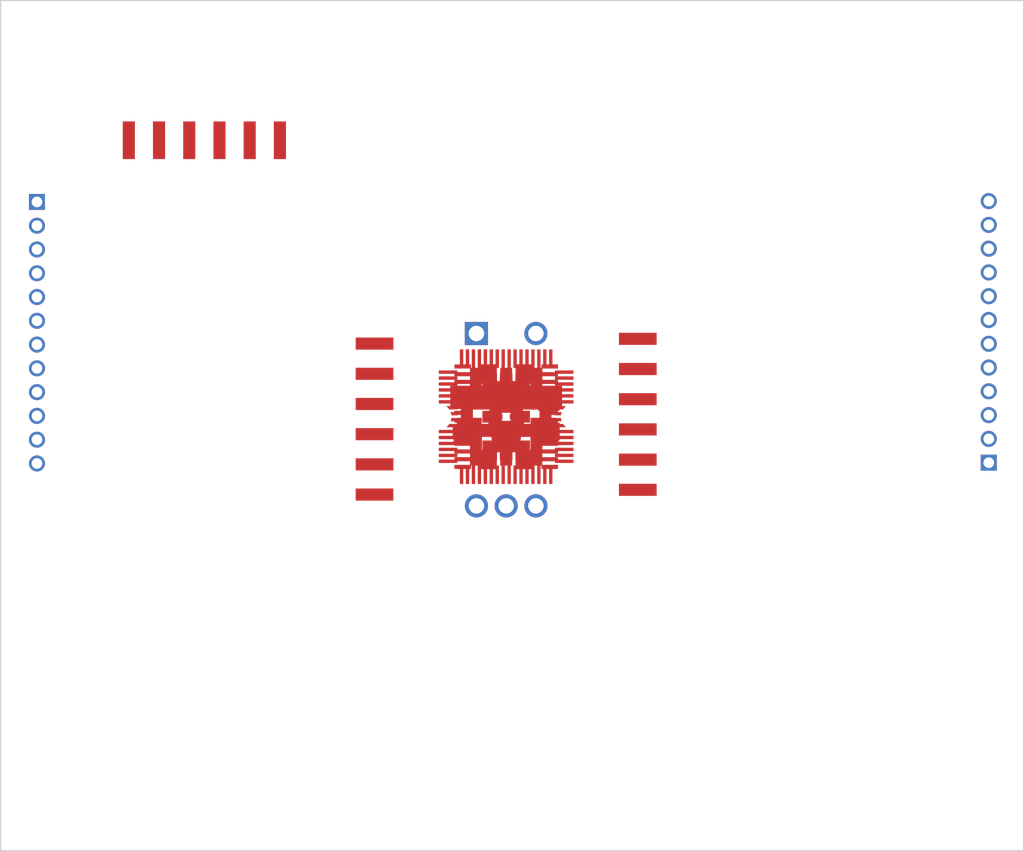
<source format=kicad_pcb>
(kicad_pcb (version 20171130) (host pcbnew "(5.1.4-0-10_14)")
  (layers (0 Top signal) (1 Route2 signal) (2 Route15 signal) (31 Bottom signal) (34 B.Paste user) (35 F.Paste user) (36 B.SilkS user) (37 F.SilkS user) (38 B.Mask user) (39 F.Mask user) (44 Edge.Cuts user))
  (net 0 "")
  (net 1 GND)
  (net 2 3V3)
  (net 3 VBAT)
  (net 4 "Net-(B2-Pad4)")
  (net 5 "Net-(B2-Pad3)")
  (net 6 "Net-(B2-Pad2)")
  (net 7 "Net-(A1-PadFEED)")
  (net 8 "Net-(C14-Pad1)")
  (net 9 "Net-(C15-Pad1)")
  (net 10 "Net-(C11-Pad1)")
  (net 11 "Net-(C13-Pad1)")
  (net 12 "Net-(D6-PadC1)")
  (net 13 /RESET)
  (net 14 /THROTTLE)
  (net 15 /YAW)
  (net 16 /BTN_CENTER)
  (net 17 /BTN_RIGHT)
  (net 18 /BTN_LEFT)
  (net 19 /BTN_UP)
  (net 20 /RXI-0)
  (net 21 /TXO-0)
  (net 22 /E1-B)
  (net 23 /E1-A)
  (net 24 /MISO)
  (net 25 /MOSI)
  (net 26 /SCK)
  (net 27 /BTN_DOWN)
  (net 28 /E1-BUT)
  (net 29 /BTN2/SDA)
  (net 30 /BTN1/SCL)
  (net 31 /PITCH)
  (net 32 /RF)
  (net 33 "Net-(D6-PadA1)")
  (net 34 "Net-(D6-PadA2)")
  (net 35 /ROLL)
  (net 36 /DTR-0)
  (net 37 /VREG_IN)
  (net 38 /RXI)
  (net 39 /FTDI_OUT)
  (net 40 /TXLED)
  (net 41 /RXLED)
  (net 42 /DTR)
  (net 43 /USB_D_N)
  (net 44 /USB_D_P)
  (net 45 /CTS)
  (net 46 /TXO)
  (net 47 "Net-(R7-Pad1)")
  (net 48 /VBUS)
  (net 49 "Net-(B3-Pad1A)")
  (net 50 "Net-(R1-Pad2)")
  (net 51 "Net-(D1-PadC2)")
  (net 52 "Net-(D4-PadC1)")
  (net 53 /RXI-1)
  (net 54 /TXO-1)
  (net 55 "Net-(S2-Pad2)")
  (net 56 /DTR-1)
  (net 57 /CTS-1)
  (net 58 /GREF)
  (net 59 "Net-(D6-PadC2)")
  (net 60 "Net-(D5-PadA2)")
  (net 61 "Net-(D5-PadA1)")
  (net 62 "Net-(D1-PadA1)")
  (net 63 "Net-(D4-PadC2)")
  (module controller_board:2X-SERVO-SMD (layer Top) (at 148.000000 104.000000 90.000000)
    (fp_text reference J7 hide)
    (fp_text value FRSKY-GIMBAL-2X-SERVO-SMD hide)
    (pad 6 smd rect (at 6.55 11.065 180.000000) (size 3.17 1.02) (layers Top F.Mask F.Paste) (net 1 GND))
    (pad V smd rect (at 4.01 11.065 180.000000) (size 3.17 1.02) (layers Top F.Mask F.Paste) (net 14 /THROTTLE))
    (pad 4 smd rect (at 1.47 11.065 180.000000) (size 3.17 1.02) (layers Top F.Mask F.Paste) (net 58 /GREF))
    (pad 3 smd rect (at -1.07 11.065 180.000000) (size 3.17 1.02) (layers Top F.Mask F.Paste) (net 1 GND))
    (pad H smd rect (at -3.61 11.065 180.000000) (size 3.17 1.02) (layers Top F.Mask F.Paste) (net 15 /YAW))
    (pad 1 smd rect (at -6.15 11.065 180.000000) (size 3.17 1.02) (layers Top F.Mask F.Paste) (net 58 /GREF))
  )
  (module controller_board:2X-SERVO-SMD (layer Top) (at 148.000000 104.000000 270.000000)
    (fp_text reference J8 hide)
    (fp_text value FRSKY-GIMBAL-2X-SERVO-SMD hide)
    (pad 6 smd rect (at 6.55 11.065) (size 3.17 1.02) (layers Top F.Mask F.Paste) (net 1 GND))
    (pad V smd rect (at 4.01 11.065) (size 3.17 1.02) (layers Top F.Mask F.Paste) (net 31 /PITCH))
    (pad 4 smd rect (at 1.47 11.065) (size 3.17 1.02) (layers Top F.Mask F.Paste) (net 58 /GREF))
    (pad 3 smd rect (at -1.07 11.065) (size 3.17 1.02) (layers Top F.Mask F.Paste) (net 1 GND))
    (pad H smd rect (at -3.61 11.065) (size 3.17 1.02) (layers Top F.Mask F.Paste) (net 35 /ROLL))
    (pad 1 smd rect (at -6.15 11.065) (size 3.17 1.02) (layers Top F.Mask F.Paste) (net 58 /GREF))
  )
  (module controller_board:USB-MICROA-10118192-0001LF (layer Top) (at 148.000000 104.000000 180.000000)
    (fp_text reference J1 hide)
    (fp_text value USB-MICROA-AMPHENOL-10118192-0001LF hide)
    (pad 9 smd rect (at 1.2 1.659 180.000000) (size 1.9 1.9) (layers Top F.Mask F.Paste) (net 1 GND))
    (pad 8 smd rect (at -3.8 1.659 180.000000) (size 1.8 1.9) (layers Top F.Mask F.Paste) (net 1 GND))
    (pad 7 smd rect (at -3.1 -0.891 180.000000) (size 2.1 1.6) (layers Top F.Mask F.Paste) (net 1 GND))
    (pad 6 smd rect (at 3.1 -0.891 180.000000) (size 2.1 1.6) (layers Top F.Mask F.Paste) (net 1 GND))
    (pad 5 smd rect (at 1.3 -1.016 180.000000) (size 0.4 1.35) (layers Top F.Mask F.Paste) (net 1 GND))
    (pad 4 smd rect (at 0.65 -1.016 180.000000) (size 0.4 1.35) (layers Top F.Mask F.Paste))
    (pad 3 smd rect (at 0 -1.016 180.000000) (size 0.4 1.35) (layers Top F.Mask F.Paste) (net 44 /USB_D_P))
    (pad 2 smd rect (at -0.65 -1.016 180.000000) (size 0.4 1.35) (layers Top F.Mask F.Paste) (net 43 /USB_D_N))
    (pad 11 smd rect (at 3.8 1.659 180.000000) (size 1.8 1.9) (layers Top F.Mask F.Paste) (net 1 GND))
    (pad 10 smd rect (at -1.2 1.659 180.000000) (size 1.9 1.9) (layers Top F.Mask F.Paste) (net 1 GND))
    (pad 1 smd rect (at -1.3 -1.016 180.000000) (size 0.4 1.35) (layers Top F.Mask F.Paste) (net 48 /VBUS))
  )
  (module controller_board:JST-13-PTH (layer Top) (at 188.568000 96.721600 90.000000)
    (fp_text reference J3 hide)
    (fp_text value 2.4K hide)
    (pad V thru_hole circle (at -9.144 0 90.000000) (size 1.35 1.35) (drill 0.9) (layers *.Cu *.Mask) (net 31 /PITCH))
    (pad H thru_hole circle (at -3.144 0 90.000000) (size 1.35 1.35) (drill 0.9) (layers *.Cu *.Mask) (net 35 /ROLL))
    (pad 9 thru_hole circle (at 4.856 0 90.000000) (size 1.35 1.35) (drill 0.9) (layers *.Cu *.Mask))
    (pad 8 thru_hole circle (at 2.856 0 90.000000) (size 1.35 1.35) (drill 0.9) (layers *.Cu *.Mask))
    (pad 7 thru_hole circle (at 0.856 0 90.000000) (size 1.35 1.35) (drill 0.9) (layers *.Cu *.Mask))
    (pad 6 thru_hole circle (at -1.144 0 90.000000) (size 1.35 1.35) (drill 0.9) (layers *.Cu *.Mask) (net 1 GND))
    (pad 4 thru_hole circle (at -5.144 0 90.000000) (size 1.35 1.35) (drill 0.9) (layers *.Cu *.Mask) (net 58 /GREF))
    (pad 3 thru_hole circle (at -7.144 0 90.000000) (size 1.35 1.35) (drill 0.9) (layers *.Cu *.Mask) (net 1 GND))
    (pad 12 thru_hole circle (at 10.856 0 90.000000) (size 1.35 1.35) (drill 0.9) (layers *.Cu *.Mask))
    (pad 11 thru_hole circle (at 8.856 0 90.000000) (size 1.35 1.35) (drill 0.9) (layers *.Cu *.Mask))
    (pad 10 thru_hole circle (at 6.856 0 90.000000) (size 1.35 1.35) (drill 0.9) (layers *.Cu *.Mask))
    (pad 1 thru_hole rect (at -11.144 0 90.000000) (size 1.35 1.35) (drill 0.9) (layers *.Cu *.Mask) (net 58 /GREF))
  )
  (module controller_board:JST-13-PTH (layer Top) (at 108.558000 97.077200 270.000000)
    (fp_text reference J2 hide)
    (fp_text value 2.4K hide)
    (pad V thru_hole circle (at -9.144 0 270.000000) (size 1.35 1.35) (drill 0.9) (layers *.Cu *.Mask) (net 14 /THROTTLE))
    (pad H thru_hole circle (at -3.144 0 270.000000) (size 1.35 1.35) (drill 0.9) (layers *.Cu *.Mask) (net 15 /YAW))
    (pad 9 thru_hole circle (at 4.856 0 270.000000) (size 1.35 1.35) (drill 0.9) (layers *.Cu *.Mask))
    (pad 8 thru_hole circle (at 2.856 0 270.000000) (size 1.35 1.35) (drill 0.9) (layers *.Cu *.Mask))
    (pad 7 thru_hole circle (at 0.856 0 270.000000) (size 1.35 1.35) (drill 0.9) (layers *.Cu *.Mask))
    (pad 6 thru_hole circle (at -1.144 0 270.000000) (size 1.35 1.35) (drill 0.9) (layers *.Cu *.Mask) (net 1 GND))
    (pad 4 thru_hole circle (at -5.144 0 270.000000) (size 1.35 1.35) (drill 0.9) (layers *.Cu *.Mask) (net 58 /GREF))
    (pad 3 thru_hole circle (at -7.144 0 270.000000) (size 1.35 1.35) (drill 0.9) (layers *.Cu *.Mask) (net 1 GND))
    (pad 12 thru_hole circle (at 10.856 0 270.000000) (size 1.35 1.35) (drill 0.9) (layers *.Cu *.Mask))
    (pad 11 thru_hole circle (at 8.856 0 270.000000) (size 1.35 1.35) (drill 0.9) (layers *.Cu *.Mask))
    (pad 10 thru_hole circle (at 6.856 0 270.000000) (size 1.35 1.35) (drill 0.9) (layers *.Cu *.Mask))
    (pad 1 thru_hole rect (at -11.144 0 270.000000) (size 1.35 1.35) (drill 0.9) (layers *.Cu *.Mask) (net 58 /GREF))
  )
  (module controller_board:FTDI-BASIC-SMD (layer Top) (at 122.629600 76.300000)
    (fp_text reference JP1 hide)
    (fp_text value FTDI_BASIC-SMD hide)
    (pad DTR smd rect (at 6.35 4.445 90.000000) (size 3.17 1.02) (layers Top F.Mask F.Paste) (net 56 /DTR-1))
    (pad RXI smd rect (at 3.81 4.445 90.000000) (size 3.17 1.02) (layers Top F.Mask F.Paste) (net 53 /RXI-1))
    (pad TXO smd rect (at 1.27 4.445 90.000000) (size 3.17 1.02) (layers Top F.Mask F.Paste) (net 54 /TXO-1))
    (pad VCC smd rect (at -1.27 4.445 90.000000) (size 3.17 1.02) (layers Top F.Mask F.Paste) (net 2 3V3))
    (pad CTS smd rect (at -3.81 4.445 90.000000) (size 3.17 1.02) (layers Top F.Mask F.Paste) (net 57 /CTS-1))
    (pad GND smd rect (at -6.35 4.445 90.000000) (size 3.17 1.02) (layers Top F.Mask F.Paste) (net 1 GND))
  )
  (module controller_board:WIRE-TERMINAL-1X2-2.5MM-SMD-AVX-009276002021106 (layer Top) (at 148.000000 104.000000)
    (fp_text reference B3 hide)
    (fp_text value BATTERY-SPRING-SMD hide)
    (pad 2A smd rect (at 3.6 -1.25 270.000000) (size 1.5 1.8) (layers Top F.Mask F.Paste) (net 1 GND))
    (pad 1A smd rect (at 3.6 1.25 270.000000) (size 1.5 1.8) (layers Top F.Mask F.Paste) (net 49 "Net-(B3-Pad1A)"))
    (pad 1B smd rect (at -3.6 1.25 270.000000) (size 1.2 1.8) (layers Top F.Mask F.Paste) (net 49 "Net-(B3-Pad1A)"))
    (pad 2B smd rect (at -3.6 -1.25 270.000000) (size 1.2 1.8) (layers Top F.Mask F.Paste) (net 1 GND))
  )
  (module controller_board:ANT-2.4GHZ-6.5X2.2MM (layer Top) (at 148.000000 104.000000 180.000000)
    (fp_text reference A1 hide)
    (fp_text value ANTENNA-CHIP hide)
    (pad NC smd rect (at 3.302 0) (size 1.016 2.54) (layers Top F.Mask F.Paste))
    (pad FEED smd rect (at -3.302 0) (size 1.016 2.54) (layers Top F.Mask F.Paste) (net 7 "Net-(A1-PadFEED)"))
  )
  (module controller_board:SOT23-DBV (layer Top) (at 148.000000 104.000000 180.000000)
    (fp_text reference U1 hide)
    (fp_text value 3.3V hide)
    (pad 5 smd rect (at -0.95 -1.3 180.000000) (size 0.55 1.2) (layers Top F.Mask F.Paste) (net 2 3V3))
    (pad 4 smd rect (at 0.95 -1.3 180.000000) (size 0.55 1.2) (layers Top F.Mask F.Paste))
    (pad 3 smd rect (at 0.95 1.3 180.000000) (size 0.55 1.2) (layers Top F.Mask F.Paste) (net 37 /VREG_IN))
    (pad 2 smd rect (at 0 1.3 180.000000) (size 0.55 1.2) (layers Top F.Mask F.Paste) (net 1 GND))
    (pad 1 smd rect (at -0.95 1.3 180.000000) (size 0.55 1.2) (layers Top F.Mask F.Paste) (net 37 /VREG_IN))
  )
  (module controller_board:CAPC2012X140_HS (layer Top) (at 148.000000 104.000000 90.000000)
    (fp_text reference C17 hide)
    (fp_text value 1uF hide)
    (pad 2 smd roundrect (at 0.895 0 90.000000) (size 1.08 1.42) (layers Top) (roundrect_rratio 0.23) (net 1 GND))
    (pad 1 smd roundrect (at -0.895 0 270.000000) (size 1.08 1.42) (layers Top) (roundrect_rratio 0.23) (net 2 3V3))
  )
  (module controller_board:CAPC2012X140_HS (layer Top) (at 148.000000 104.000000 270.000000)
    (fp_text reference C10 hide)
    (fp_text value 1uF hide)
    (pad 2 smd roundrect (at 0.895 0 270.000000) (size 1.08 1.42) (layers Top) (roundrect_rratio 0.23) (net 1 GND))
    (pad 1 smd roundrect (at -0.895 0 90.000000) (size 1.08 1.42) (layers Top) (roundrect_rratio 0.23) (net 37 /VREG_IN))
  )
  (module controller_board:RESC2012X60_HS (layer Top) (at 148.000000 104.000000 270.000000)
    (fp_text reference R17 hide)
    (fp_text value 510 hide)
    (pad 2 smd roundrect (at 0.955 0 270.000000) (size 0.92 1.38) (layers Top) (net 59 "Net-(D6-PadC2)"))
    (pad 1 smd roundrect (at -0.955 0 90.000000) (size 0.92 1.38) (layers Top) (net 1 GND))
  )
  (module controller_board:RESC2012X60_HS (layer Top) (at 148.000000 104.000000 90.000000)
    (fp_text reference R14 hide)
    (fp_text value 510 hide)
    (pad 2 smd roundrect (at 0.955 0 90.000000) (size 0.92 1.38) (layers Top) (net 2 3V3))
    (pad 1 smd roundrect (at -0.955 0 270.000000) (size 0.92 1.38) (layers Top) (net 61 "Net-(D5-PadA1)"))
  )
  (module controller_board:RESC2012X60_HS (layer Top) (at 148.000000 104.000000 270.000000)
    (fp_text reference R3 hide)
    (fp_text value 510 hide)
    (pad 2 smd roundrect (at 0.955 0 270.000000) (size 0.92 1.38) (layers Top) (net 50 "Net-(R1-Pad2)"))
    (pad 1 smd roundrect (at -0.955 0 90.000000) (size 0.92 1.38) (layers Top) (net 62 "Net-(D1-PadA1)"))
  )
  (module controller_board:RESC2012X60_HS (layer Top) (at 148.000000 104.000000 270.000000)
    (fp_text reference R16 hide)
    (fp_text value 510 hide)
    (pad 2 smd roundrect (at 0.955 0 270.000000) (size 0.92 1.38) (layers Top) (net 63 "Net-(D4-PadC2)"))
    (pad 1 smd roundrect (at -0.955 0 90.000000) (size 0.92 1.38) (layers Top) (net 1 GND))
  )
  (module controller_board:RESC2012X60_HS (layer Top) (at 148.000000 104.000000 90.000000)
    (fp_text reference R13 hide)
    (fp_text value 510 hide)
    (pad 2 smd roundrect (at 0.955 0 90.000000) (size 0.92 1.38) (layers Top) (net 2 3V3))
    (pad 1 smd roundrect (at -0.955 0 270.000000) (size 0.92 1.38) (layers Top) (net 60 "Net-(D5-PadA2)"))
  )
  (module controller_board:LED-2X-LTST-C155 (layer Top) (at 148.000000 104.000000 270.000000)
    (fp_text reference D4 hide)
    (fp_text value LED-2X-GREEN_RED hide)
    (pad C2 smd rect (at 1.75 0.7 270.000000) (size 1.5 1) (layers Top F.Mask F.Paste) (net 63 "Net-(D4-PadC2)"))
    (pad C1 smd rect (at 1.75 -0.7 270.000000) (size 1.5 1) (layers Top F.Mask F.Paste) (net 52 "Net-(D4-PadC1)"))
    (pad A2 smd rect (at -1.75 0.7 270.000000) (size 1.5 1) (layers Top F.Mask F.Paste) (net 2 3V3))
    (pad A1 smd rect (at -1.75 -0.7 270.000000) (size 1.5 1) (layers Top F.Mask F.Paste) (net 32 /RF))
  )
  (module controller_board:LED-2X-LTST-C155 (layer Top) (at 148.000000 104.000000 270.000000)
    (fp_text reference D1 hide)
    (fp_text value LED-2X-GREEN_RED hide)
    (pad C2 smd rect (at 1.75 0.7 270.000000) (size 1.5 1) (layers Top F.Mask F.Paste) (net 51 "Net-(D1-PadC2)"))
    (pad C1 smd rect (at 1.75 -0.7 270.000000) (size 1.5 1) (layers Top F.Mask F.Paste) (net 1 GND))
    (pad A2 smd rect (at -1.75 0.7 270.000000) (size 1.5 1) (layers Top F.Mask F.Paste) (net 48 /VBUS))
    (pad A1 smd rect (at -1.75 -0.7 270.000000) (size 1.5 1) (layers Top F.Mask F.Paste) (net 62 "Net-(D1-PadA1)"))
  )
  (module controller_board:LED-2X-LTST-C155 (layer Top) (at 148.000000 104.000000 270.000000)
    (fp_text reference D5 hide)
    (fp_text value LED-2X-GREEN_RED hide)
    (pad C2 smd rect (at 1.75 0.7 270.000000) (size 1.5 1) (layers Top F.Mask F.Paste) (net 41 /RXLED))
    (pad C1 smd rect (at 1.75 -0.7 270.000000) (size 1.5 1) (layers Top F.Mask F.Paste) (net 40 /TXLED))
    (pad A2 smd rect (at -1.75 0.7 270.000000) (size 1.5 1) (layers Top F.Mask F.Paste) (net 60 "Net-(D5-PadA2)"))
    (pad A1 smd rect (at -1.75 -0.7 270.000000) (size 1.5 1) (layers Top F.Mask F.Paste) (net 61 "Net-(D5-PadA1)"))
  )
  (module controller_board:LED-2X-LTST-C155 (layer Top) (at 148.000000 104.000000 270.000000)
    (fp_text reference D6 hide)
    (fp_text value LED-2X-GREEN_RED hide)
    (pad C2 smd rect (at 1.75 0.7 270.000000) (size 1.5 1) (layers Top F.Mask F.Paste) (net 59 "Net-(D6-PadC2)"))
    (pad C1 smd rect (at 1.75 -0.7 270.000000) (size 1.5 1) (layers Top F.Mask F.Paste) (net 12 "Net-(D6-PadC1)"))
    (pad A2 smd rect (at -1.75 0.7 270.000000) (size 1.5 1) (layers Top F.Mask F.Paste) (net 34 "Net-(D6-PadA2)"))
    (pad A1 smd rect (at -1.75 -0.7 270.000000) (size 1.5 1) (layers Top F.Mask F.Paste) (net 33 "Net-(D6-PadA1)"))
  )
  (module controller_board:RESC2012X60_HS (layer Top) (at 148.000000 104.000000 90.000000)
    (fp_text reference R8 hide)
    (fp_text value 1.2K hide)
    (pad 2 smd roundrect (at 0.955 0 90.000000) (size 0.92 1.38) (layers Top) (net 2 3V3))
    (pad 1 smd roundrect (at -0.955 0 270.000000) (size 0.92 1.38) (layers Top) (net 58 /GREF))
  )
  (module controller_board:BOURNS-PEC12R (layer Top) (at 148.000000 104.000000)
    (fp_text reference E1 hide)
    (fp_text value ROTARY-ENCODER-W_BUTTON-BOURNS-PEC12R-4217F hide)
    (pad C thru_hole circle (at 0 7.5) (size 1.95 1.95) (drill 1.3) (layers *.Cu *.Mask) (net 1 GND))
    (pad BUTB thru_hole circle (at 2.5 -7) (size 1.95 1.95) (drill 1.3) (layers *.Cu *.Mask) (net 1 GND))
    (pad BUTA thru_hole rect (at -2.5 -7) (size 1.95 1.95) (drill 1.3) (layers *.Cu *.Mask) (net 28 /E1-BUT))
    (pad B thru_hole circle (at 2.5 7.5) (size 1.95 1.95) (drill 1.3) (layers *.Cu *.Mask) (net 22 /E1-B))
    (pad A thru_hole circle (at -2.5 7.5) (size 1.95 1.95) (drill 1.3) (layers *.Cu *.Mask) (net 23 /E1-A))
    (pad "" np_thru_hole circle (at 5.7 0) (size 2.2 2.2) (drill 2.2) (layers *.Cu *.Mask))
    (pad "" np_thru_hole circle (at -5.7 0) (size 2.2 2.2) (drill 2.2) (layers *.Cu *.Mask))
  )
  (module controller_board:4.5MM_TACTILE_SWITCH_TL3305AF160QG (layer Top) (at 148.000000 104.000000 180.000000)
    (fp_text reference B6 hide)
    (fp_text value PUSHBUTTON_-4.5X4.5 hide)
    (pad 4 smd rect (at 3.6 -1.5 270.000000) (size 1.4 1.6) (layers Top F.Mask F.Paste) (net 1 GND))
    (pad 3 smd rect (at -3.6 -1.5 270.000000) (size 1.4 1.6) (layers Top F.Mask F.Paste) (net 1 GND))
    (pad 2 smd rect (at 3.6 1.5 270.000000) (size 1.4 1.6) (layers Top F.Mask F.Paste) (net 19 /BTN_UP))
    (pad 1 smd rect (at -3.6 1.5 270.000000) (size 1.4 1.6) (layers Top F.Mask F.Paste) (net 19 /BTN_UP))
  )
  (module controller_board:4.5MM_TACTILE_SWITCH_TL3305AF160QG (layer Top) (at 148.000000 104.000000 180.000000)
    (fp_text reference B10 hide)
    (fp_text value PUSHBUTTON_-4.5X4.5 hide)
    (pad 4 smd rect (at 3.6 -1.5 270.000000) (size 1.4 1.6) (layers Top F.Mask F.Paste) (net 1 GND))
    (pad 3 smd rect (at -3.6 -1.5 270.000000) (size 1.4 1.6) (layers Top F.Mask F.Paste) (net 1 GND))
    (pad 2 smd rect (at 3.6 1.5 270.000000) (size 1.4 1.6) (layers Top F.Mask F.Paste) (net 27 /BTN_DOWN))
    (pad 1 smd rect (at -3.6 1.5 270.000000) (size 1.4 1.6) (layers Top F.Mask F.Paste) (net 27 /BTN_DOWN))
  )
  (module controller_board:4.5MM_TACTILE_SWITCH_TL3305AF160QG (layer Top) (at 148.000000 104.000000 90.000000)
    (fp_text reference B7 hide)
    (fp_text value PUSHBUTTON_-4.5X4.5 hide)
    (pad 4 smd rect (at 3.6 -1.5 180.000000) (size 1.4 1.6) (layers Top F.Mask F.Paste) (net 1 GND))
    (pad 3 smd rect (at -3.6 -1.5 180.000000) (size 1.4 1.6) (layers Top F.Mask F.Paste) (net 1 GND))
    (pad 2 smd rect (at 3.6 1.5 180.000000) (size 1.4 1.6) (layers Top F.Mask F.Paste) (net 18 /BTN_LEFT))
    (pad 1 smd rect (at -3.6 1.5 180.000000) (size 1.4 1.6) (layers Top F.Mask F.Paste) (net 18 /BTN_LEFT))
  )
  (module controller_board:4.5MM_TACTILE_SWITCH_TL3305AF160QG (layer Top) (at 148.000000 104.000000 270.000000)
    (fp_text reference B9 hide)
    (fp_text value PUSHBUTTON_-4.5X4.5 hide)
    (pad 4 smd rect (at 3.6 -1.5) (size 1.4 1.6) (layers Top F.Mask F.Paste) (net 1 GND))
    (pad 3 smd rect (at -3.6 -1.5) (size 1.4 1.6) (layers Top F.Mask F.Paste) (net 1 GND))
    (pad 2 smd rect (at 3.6 1.5) (size 1.4 1.6) (layers Top F.Mask F.Paste) (net 16 /BTN_CENTER))
    (pad 1 smd rect (at -3.6 1.5) (size 1.4 1.6) (layers Top F.Mask F.Paste) (net 16 /BTN_CENTER))
  )
  (module controller_board:4.5MM_TACTILE_SWITCH_TL3305AF160QG (layer Top) (at 148.000000 104.000000 180.000000)
    (fp_text reference B8 hide)
    (fp_text value PUSHBUTTON_-4.5X4.5 hide)
    (pad 4 smd rect (at 3.6 -1.5 270.000000) (size 1.4 1.6) (layers Top F.Mask F.Paste) (net 1 GND))
    (pad 3 smd rect (at -3.6 -1.5 270.000000) (size 1.4 1.6) (layers Top F.Mask F.Paste) (net 1 GND))
    (pad 2 smd rect (at 3.6 1.5 270.000000) (size 1.4 1.6) (layers Top F.Mask F.Paste) (net 17 /BTN_RIGHT))
    (pad 1 smd rect (at -3.6 1.5 270.000000) (size 1.4 1.6) (layers Top F.Mask F.Paste) (net 17 /BTN_RIGHT))
  )
  (module controller_board:CAPC2012X140_HS (layer Top) (at 148.000000 104.000000 270.000000)
    (fp_text reference C4 hide)
    (fp_text value 1uF hide)
    (pad 2 smd roundrect (at 0.895 0 270.000000) (size 1.08 1.42) (layers Top) (roundrect_rratio 0.23) (net 39 /FTDI_OUT))
    (pad 1 smd roundrect (at -0.895 0 90.000000) (size 1.08 1.42) (layers Top) (roundrect_rratio 0.23) (net 1 GND))
  )
  (module controller_board:SOD3716X135_HS (layer Top) (at 148.000000 104.000000 90.000000)
    (fp_text reference D2 hide)
    (fp_text value 360mV hide)
    (pad C smd roundrect (at -1.665 0 270.000000) (size 1.25 0.8) (layers Top) (net 3 VBAT))
    (pad A smd roundrect (at 1.665 0 90.000000) (size 1.25 0.8) (layers Top) (net 48 /VBUS))
  )
  (module controller_board:SOD3716X135_HS (layer Top) (at 148.000000 104.000000 270.000000)
    (fp_text reference D3 hide)
    (fp_text value 360mV hide)
    (pad C smd roundrect (at -1.665 0 90.000000) (size 1.25 0.8) (layers Top) (net 3 VBAT))
    (pad A smd roundrect (at 1.665 0 270.000000) (size 1.25 0.8) (layers Top) (net 49 "Net-(B3-Pad1A)"))
  )
  (module controller_board:JS102011JCQN (layer Top) (at 148.000000 104.000000 270.000000)
    (fp_text reference S2 hide)
    (fp_text value POWER-SWITCH-MFS201N-9-Z-SMD-VERTICAL hide)
    (pad 3 smd rect (at 2.5 1.2 270.000000) (size 1 1.6) (layers Top F.Mask F.Paste) (net 1 GND))
    (pad 2 smd rect (at 0 -1.2 270.000000) (size 1 1.6) (layers Top F.Mask F.Paste) (net 55 "Net-(S2-Pad2)"))
    (pad 1 smd rect (at -2.5 1.2 270.000000) (size 1 1.6) (layers Top F.Mask F.Paste) (net 2 3V3))
  )
  (module controller_board:SOP65P640X110-16 (layer Top) (at 148.000000 104.000000 270.000000)
    (fp_text reference U5 hide)
    (fp_text value DPDT-X2 hide)
    (pad 9 smd rect (at 2.8717 2.275 270.000000) (size 1.5719 0.4068) (layers Top F.Mask F.Paste) (net 53 /RXI-1))
    (pad 8 smd rect (at -2.8717 2.275 270.000000) (size 1.5719 0.4068) (layers Top F.Mask F.Paste) (net 1 GND))
    (pad 7 smd rect (at -2.8717 1.625 270.000000) (size 1.5719 0.4068) (layers Top F.Mask F.Paste) (net 21 /TXO-0))
    (pad 6 smd rect (at -2.8717 0.975 270.000000) (size 1.5719 0.4068) (layers Top F.Mask F.Paste) (net 46 /TXO))
    (pad 5 smd rect (at -2.8717 0.325 270.000000) (size 1.5719 0.4068) (layers Top F.Mask F.Paste) (net 54 /TXO-1))
    (pad 4 smd rect (at -2.8717 -0.325 270.000000) (size 1.5719 0.4068) (layers Top F.Mask F.Paste) (net 55 "Net-(S2-Pad2)"))
    (pad 3 smd rect (at -2.8717 -0.975 270.000000) (size 1.5719 0.4068) (layers Top F.Mask F.Paste))
    (pad 2 smd rect (at -2.8717 -1.625 270.000000) (size 1.5719 0.4068) (layers Top F.Mask F.Paste) (net 45 /CTS))
    (pad 16 smd rect (at 2.8717 -2.275 270.000000) (size 1.5719 0.4068) (layers Top F.Mask F.Paste) (net 2 3V3))
    (pad 15 smd rect (at 2.8717 -1.625 270.000000) (size 1.5719 0.4068) (layers Top F.Mask F.Paste) (net 36 /DTR-0))
    (pad 14 smd rect (at 2.8717 -0.975 270.000000) (size 1.5719 0.4068) (layers Top F.Mask F.Paste) (net 42 /DTR))
    (pad 13 smd rect (at 2.8717 -0.325 270.000000) (size 1.5719 0.4068) (layers Top F.Mask F.Paste) (net 56 /DTR-1))
    (pad 12 smd rect (at 2.8717 0.325 270.000000) (size 1.5719 0.4068) (layers Top F.Mask F.Paste) (net 55 "Net-(S2-Pad2)"))
    (pad 11 smd rect (at 2.8717 0.975 270.000000) (size 1.5719 0.4068) (layers Top F.Mask F.Paste) (net 20 /RXI-0))
    (pad 10 smd rect (at 2.8717 1.625 270.000000) (size 1.5719 0.4068) (layers Top F.Mask F.Paste) (net 38 /RXI))
    (pad 1 smd rect (at -2.8717 -2.275 270.000000) (size 1.5719 0.4068) (layers Top F.Mask F.Paste) (net 57 /CTS-1))
  )
  (module controller_board:RESC2012X60_HS (layer Top) (at 148.000000 104.000000 270.000000)
    (fp_text reference R15 hide)
    (fp_text value 510 hide)
    (pad 2 smd roundrect (at 0.955 0 270.000000) (size 0.92 1.38) (layers Top) (net 52 "Net-(D4-PadC1)"))
    (pad 1 smd roundrect (at -0.955 0 90.000000) (size 0.92 1.38) (layers Top) (net 1 GND))
  )
  (module controller_board:RESC2012X60_HS (layer Top) (at 148.000000 104.000000 90.000000)
    (fp_text reference R7 hide)
    (fp_text value 2.2K hide)
    (pad 2 smd roundrect (at 0.955 0 90.000000) (size 0.92 1.38) (layers Top) (net 1 GND))
    (pad 1 smd roundrect (at -0.955 0 270.000000) (size 0.92 1.38) (layers Top) (net 47 "Net-(R7-Pad1)"))
  )
  (module controller_board:CAPC2012X140_HS (layer Top) (at 148.000000 104.000000 90.000000)
    (fp_text reference C6 hide)
    (fp_text value 10uF hide)
    (pad 2 smd roundrect (at 0.895 0 90.000000) (size 1.08 1.42) (layers Top) (roundrect_rratio 0.23) (net 1 GND))
    (pad 1 smd roundrect (at -0.895 0 270.000000) (size 1.08 1.42) (layers Top) (roundrect_rratio 0.23) (net 49 "Net-(B3-Pad1A)"))
  )
  (module controller_board:CAPC2012X140_HS (layer Top) (at 148.000000 104.000000 270.000000)
    (fp_text reference C5 hide)
    (fp_text value 10uF hide)
    (pad 2 smd roundrect (at 0.895 0 270.000000) (size 1.08 1.42) (layers Top) (roundrect_rratio 0.23) (net 1 GND))
    (pad 1 smd roundrect (at -0.895 0 90.000000) (size 1.08 1.42) (layers Top) (roundrect_rratio 0.23) (net 48 /VBUS))
  )
  (module controller_board:RESC2012X60_HS (layer Top) (at 148.000000 104.000000 90.000000)
    (fp_text reference R1 hide)
    (fp_text value 510 hide)
    (pad 2 smd roundrect (at 0.955 0 90.000000) (size 0.92 1.38) (layers Top) (net 50 "Net-(R1-Pad2)"))
    (pad 1 smd roundrect (at -0.955 0 270.000000) (size 0.92 1.38) (layers Top) (net 51 "Net-(D1-PadC2)"))
  )
  (module controller_board:SOT23-5 (layer Top) (at 148.000000 104.000000)
    (fp_text reference U2 hide)
    (fp_text value MCP73831T-2ACI/OT hide)
    (pad 5 smd rect (at -0.95 -1.3001) (size 0.55 1.2) (layers Top F.Mask F.Paste) (net 47 "Net-(R7-Pad1)"))
    (pad 4 smd rect (at 0.95 -1.3001) (size 0.55 1.2) (layers Top F.Mask F.Paste) (net 48 /VBUS))
    (pad 3 smd rect (at 0.95 1.3001) (size 0.55 1.2) (layers Top F.Mask F.Paste) (net 49 "Net-(B3-Pad1A)"))
    (pad 2 smd rect (at 0 1.3001) (size 0.55 1.2) (layers Top F.Mask F.Paste) (net 1 GND))
    (pad 1 smd rect (at -0.95 1.3001) (size 0.55 1.2) (layers Top F.Mask F.Paste) (net 50 "Net-(R1-Pad2)"))
  )
  (module controller_board:CAPC2012X140_HS (layer Top) (at 148.000000 104.000000 90.000000)
    (fp_text reference C9 hide)
    (fp_text value 0.1uF hide)
    (pad 2 smd roundrect (at 0.895 0 90.000000) (size 1.08 1.42) (layers Top) (roundrect_rratio 0.23) (net 1 GND))
    (pad 1 smd roundrect (at -0.895 0 270.000000) (size 1.08 1.42) (layers Top) (roundrect_rratio 0.23) (net 39 /FTDI_OUT))
  )
  (module controller_board:CAPC2012X140_HS (layer Top) (at 148.000000 104.000000 90.000000)
    (fp_text reference C7 hide)
    (fp_text value 10uF hide)
    (pad 2 smd roundrect (at 0.895 0 90.000000) (size 1.08 1.42) (layers Top) (roundrect_rratio 0.23) (net 1 GND))
    (pad 1 smd roundrect (at -0.895 0 270.000000) (size 1.08 1.42) (layers Top) (roundrect_rratio 0.23) (net 37 /VREG_IN))
  )
  (module controller_board:CAPC2012X140_HS (layer Top) (at 148.000000 104.000000 270.000000)
    (fp_text reference C8 hide)
    (fp_text value 0.1uF hide)
    (pad 2 smd roundrect (at 0.895 0 270.000000) (size 1.08 1.42) (layers Top) (roundrect_rratio 0.23) (net 1 GND))
    (pad 1 smd roundrect (at -0.895 0 90.000000) (size 1.08 1.42) (layers Top) (roundrect_rratio 0.23) (net 37 /VREG_IN))
  )
  (module controller_board:SSOP28DB (layer Top) (at 148.000000 104.000000 90.000000)
    (fp_text reference U3 hide)
    (fp_text value FT232RLSSOP hide)
    (pad 9 smd rect (at 0.975 3.656 90.000000) (size 0.348 1.397) (layers Top F.Mask F.Paste))
    (pad 8 smd rect (at 0.325 3.656 90.000000) (size 0.348 1.397) (layers Top F.Mask F.Paste))
    (pad 7 smd rect (at -0.325 3.656 90.000000) (size 0.348 1.397) (layers Top F.Mask F.Paste) (net 1 GND))
    (pad 6 smd rect (at -0.975 3.656 90.000000) (size 0.348 1.397) (layers Top F.Mask F.Paste))
    (pad 5 smd rect (at -1.625 3.656 90.000000) (size 0.348 1.397) (layers Top F.Mask F.Paste) (net 38 /RXI))
    (pad 4 smd rect (at -2.275 3.656 90.000000) (size 0.348 1.397) (layers Top F.Mask F.Paste) (net 39 /FTDI_OUT))
    (pad 3 smd rect (at -2.925 3.656 90.000000) (size 0.348 1.397) (layers Top F.Mask F.Paste))
    (pad 28 smd rect (at -4.225 -3.656 90.000000) (size 0.348 1.397) (layers Top F.Mask F.Paste))
    (pad 27 smd rect (at -3.575 -3.656 90.000000) (size 0.348 1.397) (layers Top F.Mask F.Paste))
    (pad 26 smd rect (at -2.925 -3.656 90.000000) (size 0.348 1.397) (layers Top F.Mask F.Paste) (net 1 GND))
    (pad 25 smd rect (at -2.275 -3.656 90.000000) (size 0.348 1.397) (layers Top F.Mask F.Paste) (net 1 GND))
    (pad 24 smd rect (at -1.625 -3.656 90.000000) (size 0.348 1.397) (layers Top F.Mask F.Paste))
    (pad 23 smd rect (at -0.975 -3.656 90.000000) (size 0.348 1.397) (layers Top F.Mask F.Paste) (net 40 /TXLED))
    (pad 22 smd rect (at -0.325 -3.656 90.000000) (size 0.348 1.397) (layers Top F.Mask F.Paste) (net 41 /RXLED))
    (pad 21 smd rect (at 0.325 -3.656 90.000000) (size 0.348 1.397) (layers Top F.Mask F.Paste) (net 1 GND))
    (pad 20 smd rect (at 0.975 -3.656 90.000000) (size 0.348 1.397) (layers Top F.Mask F.Paste) (net 37 /VREG_IN))
    (pad 2 smd rect (at -3.575 3.656 90.000000) (size 0.348 1.397) (layers Top F.Mask F.Paste) (net 42 /DTR))
    (pad 19 smd rect (at 1.625 -3.656 90.000000) (size 0.348 1.397) (layers Top F.Mask F.Paste))
    (pad 18 smd rect (at 2.275 -3.656 90.000000) (size 0.348 1.397) (layers Top F.Mask F.Paste) (net 1 GND))
    (pad 17 smd rect (at 2.925 -3.656 90.000000) (size 0.348 1.397) (layers Top F.Mask F.Paste) (net 39 /FTDI_OUT))
    (pad 16 smd rect (at 3.575 -3.656 90.000000) (size 0.348 1.397) (layers Top F.Mask F.Paste) (net 43 /USB_D_N))
    (pad 15 smd rect (at 4.225 -3.656 90.000000) (size 0.348 1.397) (layers Top F.Mask F.Paste) (net 44 /USB_D_P))
    (pad 14 smd rect (at 4.225 3.656 90.000000) (size 0.348 1.397) (layers Top F.Mask F.Paste))
    (pad 13 smd rect (at 3.575 3.656 90.000000) (size 0.348 1.397) (layers Top F.Mask F.Paste))
    (pad 12 smd rect (at 2.925 3.656 90.000000) (size 0.348 1.397) (layers Top F.Mask F.Paste))
    (pad 11 smd rect (at 2.275 3.656 90.000000) (size 0.348 1.397) (layers Top F.Mask F.Paste) (net 45 /CTS))
    (pad 10 smd rect (at 1.625 3.656 90.000000) (size 0.348 1.397) (layers Top F.Mask F.Paste))
    (pad 1 smd rect (at -4.225 3.656 90.000000) (size 0.348 1.397) (layers Top F.Mask F.Paste) (net 46 /TXO))
  )
  (module controller_board:JS102011JCQN (layer Top) (at 148.000000 104.000000 90.000000)
    (fp_text reference S1 hide)
    (fp_text value POWER-SWITCH-MFS201N-9-Z-SMD-VERTICAL hide)
    (pad 3 smd rect (at 2.5 1.2 90.000000) (size 1 1.6) (layers Top F.Mask F.Paste))
    (pad 2 smd rect (at 0 -1.2 90.000000) (size 1 1.6) (layers Top F.Mask F.Paste) (net 3 VBAT))
    (pad 1 smd rect (at -2.5 1.2 90.000000) (size 1 1.6) (layers Top F.Mask F.Paste) (net 37 /VREG_IN))
  )
  (module controller_board:CRYSTAL-SMD-5X3 (layer Top) (at 148.000000 104.000000 180.000000)
    (fp_text reference Y1 hide)
    (fp_text value CRYSTAL5X3 hide)
    (pad 4 smd rect (at -1.85 -1.15 180.000000) (size 1.9 1.1) (layers Top F.Mask F.Paste))
    (pad 3 smd rect (at 1.85 -1.15 180.000000) (size 1.9 1.1) (layers Top F.Mask F.Paste) (net 8 "Net-(C14-Pad1)"))
    (pad 2 smd rect (at 1.85 1.15 180.000000) (size 1.9 1.1) (layers Top F.Mask F.Paste))
    (pad 1 smd rect (at -1.85 1.15 180.000000) (size 1.9 1.1) (layers Top F.Mask F.Paste) (net 9 "Net-(C15-Pad1)"))
  )
  (module controller_board:QFN-64 (layer Top) (at 148.000000 104.000000)
    (fp_text reference U4 hide)
    (fp_text value ATMEGA128RFA1 hide)
    (pad 9 smd rect (at -4.881 0.25 270.000000) (size 0.28 1.562) (layers Top F.Mask F.Paste) (net 5 "Net-(B2-Pad3)"))
    (pad 8 smd rect (at -4.881 -0.25 270.000000) (size 0.28 1.562) (layers Top F.Mask F.Paste) (net 4 "Net-(B2-Pad4)"))
    (pad 7 smd rect (at -4.881 -0.75 270.000000) (size 0.28 1.562) (layers Top F.Mask F.Paste) (net 1 GND))
    (pad 64 smd rect (at -3.75 -4.881) (size 0.28 1.562) (layers Top F.Mask F.Paste) (net 14 /THROTTLE))
    (pad 63 smd rect (at -3.25 -4.881) (size 0.28 1.562) (layers Top F.Mask F.Paste) (net 15 /YAW))
    (pad 62 smd rect (at -2.75 -4.881) (size 0.28 1.562) (layers Top F.Mask F.Paste))
    (pad 61 smd rect (at -2.25 -4.881) (size 0.28 1.562) (layers Top F.Mask F.Paste) (net 1 GND))
    (pad 60 smd rect (at -1.75 -4.881) (size 0.28 1.562) (layers Top F.Mask F.Paste) (net 11 "Net-(C13-Pad1)"))
    (pad 6 smd rect (at -4.881 -1.25 270.000000) (size 0.28 1.562) (layers Top F.Mask F.Paste))
    (pad 59 smd rect (at -1.25 -4.881) (size 0.28 1.562) (layers Top F.Mask F.Paste) (net 2 3V3))
    (pad 58 smd rect (at -0.75 -4.881) (size 0.28 1.562) (layers Top F.Mask F.Paste) (net 1 GND))
    (pad 57 smd rect (at -0.25 -4.881) (size 0.28 1.562) (layers Top F.Mask F.Paste) (net 8 "Net-(C14-Pad1)"))
    (pad 56 smd rect (at 0.25 -4.881) (size 0.28 1.562) (layers Top F.Mask F.Paste) (net 9 "Net-(C15-Pad1)"))
    (pad 55 smd rect (at 0.75 -4.881) (size 0.28 1.562) (layers Top F.Mask F.Paste) (net 1 GND))
    (pad 54 smd rect (at 1.25 -4.881) (size 0.28 1.562) (layers Top F.Mask F.Paste) (net 2 3V3))
    (pad 53 smd rect (at 1.75 -4.881) (size 0.28 1.562) (layers Top F.Mask F.Paste) (net 16 /BTN_CENTER))
    (pad 52 smd rect (at 2.25 -4.881) (size 0.28 1.562) (layers Top F.Mask F.Paste) (net 17 /BTN_RIGHT))
    (pad 51 smd rect (at 2.75 -4.881) (size 0.28 1.562) (layers Top F.Mask F.Paste) (net 18 /BTN_LEFT))
    (pad 50 smd rect (at 3.25 -4.881) (size 0.28 1.562) (layers Top F.Mask F.Paste) (net 19 /BTN_UP))
    (pad 5 smd rect (at -4.881 -1.75 270.000000) (size 0.28 1.562) (layers Top F.Mask F.Paste))
    (pad 49 smd rect (at 3.75 -4.881) (size 0.28 1.562) (layers Top F.Mask F.Paste))
    (pad 48 smd rect (at 4.881 -3.75 90.000000) (size 0.28 1.562) (layers Top F.Mask F.Paste))
    (pad 47 smd rect (at 4.881 -3.25 90.000000) (size 0.28 1.562) (layers Top F.Mask F.Paste) (net 20 /RXI-0))
    (pad 46 smd rect (at 4.881 -2.75 90.000000) (size 0.28 1.562) (layers Top F.Mask F.Paste) (net 21 /TXO-0))
    (pad 45 smd rect (at 4.881 -2.25 90.000000) (size 0.28 1.562) (layers Top F.Mask F.Paste) (net 1 GND))
    (pad 44 smd rect (at 4.881 -1.75 90.000000) (size 0.28 1.562) (layers Top F.Mask F.Paste) (net 2 3V3))
    (pad 43 smd rect (at 4.881 -1.25 90.000000) (size 0.28 1.562) (layers Top F.Mask F.Paste))
    (pad 42 smd rect (at 4.881 -0.75 90.000000) (size 0.28 1.562) (layers Top F.Mask F.Paste))
    (pad 41 smd rect (at 4.881 -0.25 90.000000) (size 0.28 1.562) (layers Top F.Mask F.Paste) (net 22 /E1-B))
    (pad 40 smd rect (at 4.881 0.25 90.000000) (size 0.28 1.562) (layers Top F.Mask F.Paste) (net 23 /E1-A))
    (pad 4 smd rect (at -4.881 -2.25 270.000000) (size 0.28 1.562) (layers Top F.Mask F.Paste))
    (pad 39 smd rect (at 4.881 0.75 90.000000) (size 0.28 1.562) (layers Top F.Mask F.Paste) (net 24 /MISO))
    (pad 38 smd rect (at 4.881 1.25 90.000000) (size 0.28 1.562) (layers Top F.Mask F.Paste) (net 25 /MOSI))
    (pad 37 smd rect (at 4.881 1.75 90.000000) (size 0.28 1.562) (layers Top F.Mask F.Paste) (net 26 /SCK))
    (pad 36 smd rect (at 4.881 2.25 90.000000) (size 0.28 1.562) (layers Top F.Mask F.Paste))
    (pad 35 smd rect (at 4.881 2.75 90.000000) (size 0.28 1.562) (layers Top F.Mask F.Paste) (net 1 GND))
    (pad 34 smd rect (at 4.881 3.25 90.000000) (size 0.28 1.562) (layers Top F.Mask F.Paste) (net 2 3V3))
    (pad 33 smd rect (at 4.881 3.75 90.000000) (size 0.28 1.562) (layers Top F.Mask F.Paste) (net 1 GND))
    (pad 32 smd rect (at 3.75 4.881) (size 0.28 1.562) (layers Top F.Mask F.Paste))
    (pad 31 smd rect (at 3.25 4.881) (size 0.28 1.562) (layers Top F.Mask F.Paste))
    (pad 30 smd rect (at 2.75 4.881) (size 0.28 1.562) (layers Top F.Mask F.Paste))
    (pad 3 smd rect (at -4.881 -2.75 270.000000) (size 0.28 1.562) (layers Top F.Mask F.Paste))
    (pad 29 smd rect (at 2.25 4.881) (size 0.28 1.562) (layers Top F.Mask F.Paste))
    (pad 28 smd rect (at 1.75 4.881 180.000000) (size 0.28 1.562) (layers Top F.Mask F.Paste) (net 27 /BTN_DOWN))
    (pad 27 smd rect (at 1.25 4.881 180.000000) (size 0.28 1.562) (layers Top F.Mask F.Paste) (net 28 /E1-BUT))
    (pad 26 smd rect (at 0.75 4.881 180.000000) (size 0.28 1.562) (layers Top F.Mask F.Paste) (net 29 /BTN2/SDA))
    (pad 25 smd rect (at 0.25 4.881 180.000000) (size 0.28 1.562) (layers Top F.Mask F.Paste) (net 30 /BTN1/SCL))
    (pad 24 smd rect (at -0.25 4.881 180.000000) (size 0.28 1.562) (layers Top F.Mask F.Paste) (net 1 GND))
    (pad 23 smd rect (at -0.75 4.881 180.000000) (size 0.28 1.562) (layers Top F.Mask F.Paste) (net 2 3V3))
    (pad 22 smd rect (at -1.25 4.881 180.000000) (size 0.28 1.562) (layers Top F.Mask F.Paste) (net 10 "Net-(C11-Pad1)"))
    (pad 21 smd rect (at -1.75 4.881 180.000000) (size 0.28 1.562) (layers Top F.Mask F.Paste) (net 10 "Net-(C11-Pad1)"))
    (pad 20 smd rect (at -2.25 4.881 180.000000) (size 0.28 1.562) (layers Top F.Mask F.Paste) (net 1 GND))
    (pad 2 smd rect (at -4.881 -3.25 270.000000) (size 0.28 1.562) (layers Top F.Mask F.Paste) (net 31 /PITCH))
    (pad 19 smd rect (at -2.75 4.881 180.000000) (size 0.28 1.562) (layers Top F.Mask F.Paste))
    (pad 18 smd rect (at -3.25 4.881 180.000000) (size 0.28 1.562) (layers Top F.Mask F.Paste))
    (pad 17 smd rect (at -3.75 4.881 180.000000) (size 0.28 1.562) (layers Top F.Mask F.Paste))
    (pad 16 smd rect (at -4.881 3.75 90.000000) (size 0.28 1.562) (layers Top F.Mask F.Paste) (net 32 /RF))
    (pad 15 smd rect (at -4.881 3.25 90.000000) (size 0.28 1.562) (layers Top F.Mask F.Paste) (net 33 "Net-(D6-PadA1)"))
    (pad 14 smd rect (at -4.881 2.75 270.000000) (size 0.28 1.562) (layers Top F.Mask F.Paste) (net 34 "Net-(D6-PadA2)"))
    (pad 13 smd rect (at -4.881 2.25 270.000000) (size 0.28 1.562) (layers Top F.Mask F.Paste))
    (pad 12 smd rect (at -4.881 1.75 270.000000) (size 0.28 1.562) (layers Top F.Mask F.Paste) (net 13 /RESET))
    (pad 11 smd rect (at -4.881 1.25 270.000000) (size 0.28 1.562) (layers Top F.Mask F.Paste) (net 1 GND))
    (pad 10 smd rect (at -4.881 0.75 270.000000) (size 0.28 1.562) (layers Top F.Mask F.Paste) (net 1 GND))
    (pad 1 smd rect (at -4.881 -3.75 270.000000) (size 0.28 1.562) (layers Top F.Mask F.Paste) (net 35 /ROLL))
  )
  (module controller_board:4.5MM_TACTILE_SWITCH_TL3305AF160QG (layer Top) (at 148.000000 104.000000 90.000000)
    (fp_text reference B1 hide)
    (fp_text value PUSHBUTTON_-4.5X4.5 hide)
    (pad 4 smd rect (at 3.6 -1.5 180.000000) (size 1.4 1.6) (layers Top F.Mask F.Paste) (net 1 GND))
    (pad 3 smd rect (at -3.6 -1.5 180.000000) (size 1.4 1.6) (layers Top F.Mask F.Paste) (net 1 GND))
    (pad 2 smd rect (at 3.6 1.5 180.000000) (size 1.4 1.6) (layers Top F.Mask F.Paste) (net 13 /RESET))
    (pad 1 smd rect (at -3.6 1.5 180.000000) (size 1.4 1.6) (layers Top F.Mask F.Paste) (net 13 /RESET))
  )
  (module controller_board:4.5MM_TACTILE_SWITCH_TL3305AF160QG (layer Top) (at 148.000000 104.000000 180.000000)
    (fp_text reference B4 hide)
    (fp_text value PUSHBUTTON_-4.5X4.5 hide)
    (pad 4 smd rect (at 3.6 -1.5 270.000000) (size 1.4 1.6) (layers Top F.Mask F.Paste) (net 30 /BTN1/SCL))
    (pad 3 smd rect (at -3.6 -1.5 270.000000) (size 1.4 1.6) (layers Top F.Mask F.Paste) (net 30 /BTN1/SCL))
    (pad 2 smd rect (at 3.6 1.5 270.000000) (size 1.4 1.6) (layers Top F.Mask F.Paste) (net 1 GND))
    (pad 1 smd rect (at -3.6 1.5 270.000000) (size 1.4 1.6) (layers Top F.Mask F.Paste) (net 1 GND))
  )
  (module controller_board:4.5MM_TACTILE_SWITCH_TL3305AF160QG (layer Top) (at 148.000000 104.000000 180.000000)
    (fp_text reference B5 hide)
    (fp_text value PUSHBUTTON_-4.5X4.5 hide)
    (pad 4 smd rect (at 3.6 -1.5 270.000000) (size 1.4 1.6) (layers Top F.Mask F.Paste) (net 29 /BTN2/SDA))
    (pad 3 smd rect (at -3.6 -1.5 270.000000) (size 1.4 1.6) (layers Top F.Mask F.Paste) (net 29 /BTN2/SDA))
    (pad 2 smd rect (at 3.6 1.5 270.000000) (size 1.4 1.6) (layers Top F.Mask F.Paste) (net 1 GND))
    (pad 1 smd rect (at -3.6 1.5 270.000000) (size 1.4 1.6) (layers Top F.Mask F.Paste) (net 1 GND))
  )
  (module controller_board:RESC2012X60_HS (layer Top) (at 148.000000 104.000000 90.000000)
    (fp_text reference R2 hide)
    (fp_text value 10K hide)
    (pad 2 smd roundrect (at 0.955 0 90.000000) (size 0.92 1.38) (layers Top) (net 2 3V3))
    (pad 1 smd roundrect (at -0.955 0 270.000000) (size 0.92 1.38) (layers Top) (net 13 /RESET))
  )
  (module controller_board:RESC2012X60_HS (layer Top) (at 148.000000 104.000000 270.000000)
    (fp_text reference R18 hide)
    (fp_text value 510 hide)
    (pad 2 smd roundrect (at 0.955 0 270.000000) (size 0.92 1.38) (layers Top) (net 12 "Net-(D6-PadC1)"))
    (pad 1 smd roundrect (at -0.955 0 90.000000) (size 0.92 1.38) (layers Top) (net 1 GND))
  )
  (module controller_board:2X3-SMD (layer Top) (at 148.000000 104.000000 180.000000)
    (fp_text reference J4 hide)
    (fp_text value AVR_SPI_PRG_6-SMD hide)
    (pad 6 smd rect (at 2.54 -2.54 180.000000) (size 1 3.15) (layers Top F.Mask F.Paste) (net 1 GND))
    (pad 5 smd rect (at 2.54 2.54 180.000000) (size 1 3.15) (layers Top F.Mask F.Paste) (net 13 /RESET))
    (pad 4 smd rect (at 0 -2.54 180.000000) (size 1 3.15) (layers Top F.Mask F.Paste) (net 25 /MOSI))
    (pad 3 smd rect (at 0 2.54 180.000000) (size 1 3.15) (layers Top F.Mask F.Paste) (net 26 /SCK))
    (pad 2 smd rect (at -2.54 -2.54 180.000000) (size 1 3.15) (layers Top F.Mask F.Paste) (net 2 3V3))
    (pad 1 smd rect (at -2.54 2.54 180.000000) (size 1 3.15) (layers Top F.Mask F.Paste) (net 24 /MISO))
  )
  (module controller_board:CAPC2012X140_HS (layer Top) (at 148.000000 104.000000 90.000000)
    (fp_text reference C1 hide)
    (fp_text value 0.1uF hide)
    (pad 2 smd roundrect (at 0.895 0 90.000000) (size 1.08 1.42) (layers Top) (roundrect_rratio 0.23) (net 36 /DTR-0))
    (pad 1 smd roundrect (at -0.895 0 270.000000) (size 1.08 1.42) (layers Top) (roundrect_rratio 0.23) (net 13 /RESET))
  )
  (module controller_board:CAPC2012X140_HS (layer Top) (at 148.000000 104.000000 270.000000)
    (fp_text reference C16 hide)
    (fp_text value 1uF hide)
    (pad 2 smd roundrect (at 0.895 0 270.000000) (size 1.08 1.42) (layers Top) (roundrect_rratio 0.23) (net 1 GND))
    (pad 1 smd roundrect (at -0.895 0 90.000000) (size 1.08 1.42) (layers Top) (roundrect_rratio 0.23) (net 2 3V3))
  )
  (module controller_board:CAPC2012X140_HS (layer Top) (at 148.000000 104.000000 270.000000)
    (fp_text reference C12 hide)
    (fp_text value 1uF hide)
    (pad 2 smd roundrect (at 0.895 0 270.000000) (size 1.08 1.42) (layers Top) (roundrect_rratio 0.23) (net 1 GND))
    (pad 1 smd roundrect (at -0.895 0 90.000000) (size 1.08 1.42) (layers Top) (roundrect_rratio 0.23) (net 2 3V3))
  )
  (module controller_board:CAPC2012X140_HS (layer Top) (at 148.000000 104.000000)
    (fp_text reference C2 hide)
    (fp_text value 0.75pF hide)
    (pad 2 smd roundrect (at 0.895 0) (size 1.08 1.42) (layers Top) (roundrect_rratio 0.23) (net 1 GND))
    (pad 1 smd roundrect (at -0.895 0 180.000000) (size 1.08 1.42) (layers Top) (roundrect_rratio 0.23) (net 7 "Net-(A1-PadFEED)"))
  )
  (module controller_board:CAPC2012X140_HS (layer Top) (at 148.000000 104.000000 270.000000)
    (fp_text reference C13 hide)
    (fp_text value 1uF hide)
    (pad 2 smd roundrect (at 0.895 0 270.000000) (size 1.08 1.42) (layers Top) (roundrect_rratio 0.23) (net 1 GND))
    (pad 1 smd roundrect (at -0.895 0 90.000000) (size 1.08 1.42) (layers Top) (roundrect_rratio 0.23) (net 11 "Net-(C13-Pad1)"))
  )
  (module controller_board:CAPC2012X140_HS (layer Top) (at 148.000000 104.000000 270.000000)
    (fp_text reference C11 hide)
    (fp_text value 1uF hide)
    (pad 2 smd roundrect (at 0.895 0 270.000000) (size 1.08 1.42) (layers Top) (roundrect_rratio 0.23) (net 1 GND))
    (pad 1 smd roundrect (at -0.895 0 90.000000) (size 1.08 1.42) (layers Top) (roundrect_rratio 0.23) (net 10 "Net-(C11-Pad1)"))
  )
  (module controller_board:CAPC2012X140_HS (layer Top) (at 148.000000 104.000000 90.000000)
    (fp_text reference C15 hide)
    (fp_text value 12pF hide)
    (pad 2 smd roundrect (at 0.895 0 90.000000) (size 1.08 1.42) (layers Top) (roundrect_rratio 0.23) (net 1 GND))
    (pad 1 smd roundrect (at -0.895 0 270.000000) (size 1.08 1.42) (layers Top) (roundrect_rratio 0.23) (net 9 "Net-(C15-Pad1)"))
  )
  (module controller_board:CAPC2012X140_HS (layer Top) (at 148.000000 104.000000 90.000000)
    (fp_text reference C14 hide)
    (fp_text value 12pF hide)
    (pad 2 smd roundrect (at 0.895 0 90.000000) (size 1.08 1.42) (layers Top) (roundrect_rratio 0.23) (net 1 GND))
    (pad 1 smd roundrect (at -0.895 0 270.000000) (size 1.08 1.42) (layers Top) (roundrect_rratio 0.23) (net 8 "Net-(C14-Pad1)"))
  )
  (module controller_board:CAPC2012X140_HS (layer Top) (at 148.000000 104.000000 270.000000)
    (fp_text reference C3 hide)
    (fp_text value 22pF hide)
    (pad 2 smd roundrect (at 0.895 0 270.000000) (size 1.08 1.42) (layers Top) (roundrect_rratio 0.23) (net 6 "Net-(B2-Pad2)"))
    (pad 1 smd roundrect (at -0.895 0 90.000000) (size 1.08 1.42) (layers Top) (roundrect_rratio 0.23) (net 1 GND))
  )
  (module controller_board:BALUN (layer Top) (at 148.000000 104.000000 270.000000)
    (fp_text reference B2 hide)
    (fp_text value BALUN0805 hide)
    (pad 6 smd rect (at -0.65 -0.8 270.000000) (size 0.35 1) (layers Top F.Mask F.Paste))
    (pad 5 smd rect (at 0 -0.8 270.000000) (size 0.35 1) (layers Top F.Mask F.Paste) (net 1 GND))
    (pad 4 smd rect (at 0.65 -0.8 270.000000) (size 0.35 1) (layers Top F.Mask F.Paste) (net 4 "Net-(B2-Pad4)"))
    (pad 3 smd rect (at 0.65 0.8 270.000000) (size 0.35 1) (layers Top F.Mask F.Paste) (net 5 "Net-(B2-Pad3)"))
    (pad 2 smd rect (at 0 0.8 270.000000) (size 0.35 1) (layers Top F.Mask F.Paste) (net 6 "Net-(B2-Pad2)"))
    (pad 1 smd rect (at -0.65 0.8 270.000000) (size 0.35 1) (layers Top F.Mask F.Paste) (net 7 "Net-(A1-PadFEED)"))
  )
  (gr_line (start 105.5 140.5) (end 191.5011 140.5) (layer Edge.Cuts) (width 0.1))
  (gr_line (start 105.5 69) (end 191.5011 69) (layer Edge.Cuts) (width 0.1))
  (gr_line (start 191.5011 69) (end 191.5011 140.5) (layer Edge.Cuts) (width 0.1))
  (gr_line (start 105.5 140.5) (end 105.5 69) (layer Edge.Cuts) (width 0.1))
)
</source>
